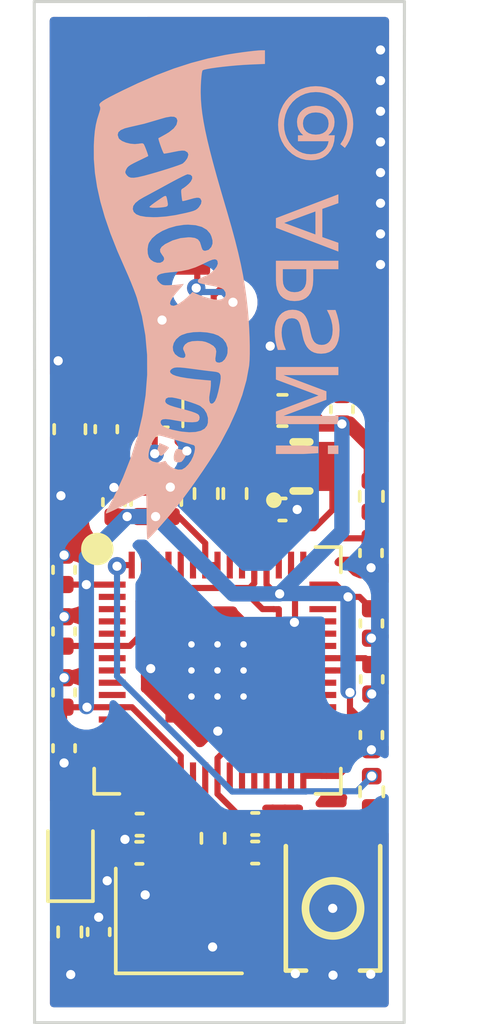
<source format=kicad_pcb>
(kicad_pcb (version 20241229) (generator "pcbnew") (generator_version "9.0")
  (layers (0 "F.Cu" signal) (2 "B.Cu" signal) (13 "F.Paste" user) (15 "B.Paste" user) (5 "F.SilkS" user "F.Silkscreen") (7 "B.SilkS" user "B.Silkscreen") (1 "F.Mask" user) (3 "B.Mask" user) (25 "Edge.Cuts" user))
  (net 0 "")
  (net 1 "Net-(U1-VREG_LX)")
  (net 2 "+1V1")
  (net 6 "GND")
  (net 7 "SD3")
  (net 8 "SD0")
  (net 9 "Net-(D1-A)")
  (net 16 "QSPI_SCLK")
  (net 20 "+3V3")
  (net 21 "QSPI_SS")
  (net 22 "SD1")
  (net 24 "XIN")
  (net 25 "SD2")
  (net 39 "Net-(U1-XOUT)")
  (net 46 "Net-(U1-VREG_AVDD)")
  (net 47 "Net-(J1-VBUS)")
  (net 48 "Net-(D1-K)")
  (net 49 "D+")
  (net 50 "D-")
  (net 51 "Net-(R4-Pad1)")
  (net 52 "XOUT")
  (net 53 "/TR+")
  (net 54 "/TR-")
  (footprint "Capacitor_SMD:C_0402_1005Metric" (layer "F.Cu") (at 98.5725 76.2975 -90)
    (property "Reference" "C6" (hide yes))
    (property "Value" "4.7u")
    (pad "1" smd roundrect (at -0.48 0 270) (size 0.56 0.62) (layers "F.Cu" "F.Mask" "F.Paste") (net 2 "+1V1"))
    (pad "2" smd roundrect (at 0.48 0 270) (size 0.56 0.62) (layers "F.Cu" "F.Mask" "F.Paste") (net 6 "GND"))
  )
  (footprint "easyeda2kicad:X2SON-4_L1.0-W1.0-P0.65-TL-EP" (layer "F.Cu") (at 91.86 67.52 90)
    (property "Reference" "U2" (hide yes))
    (property "Value" "TLV75512PDQNR")
    (pad "1" smd custom (at -0.43 -0.32 90) (size 0.01 0.01) (layers "F.Cu" "F.Mask" "F.Paste") (net 20 "+3V3") (options (clearance outline) (anchor circle)) (primitives (gr_poly (pts (xy -0.18 -0.11) (xy -0.18 0.11) (xy 0 0.11) (xy 0.18 -0.03) (xy 0.18 -0.11) (xy -0.18 -0.11)) (width 0.1) (fill yes))))
    (pad "2" smd custom (at -0.43 0.32 90) (size 0.01 0.01) (layers "F.Cu" "F.Mask" "F.Paste") (net 6 "GND") (options (clearance outline) (anchor circle)) (primitives (gr_poly (pts (xy -0.18 0.12) (xy -0.18 -0.1) (xy 0 -0.1) (xy 0.18 0.04) (xy 0.18 0.12) (xy -0.18 0.12)) (width 0.1) (fill yes))))
    (pad "3" smd custom (at 0.43 0.32 90) (size 0.01 0.01) (layers "F.Cu" "F.Mask" "F.Paste") (net 47 "Net-(J1-VBUS)") (options (clearance outline) (anchor circle)) (primitives (gr_poly (pts (xy 0.18 0.12) (xy 0.18 -0.1) (xy 0 -0.1) (xy -0.18 0.04) (xy -0.18 0.12) (xy 0.18 0.12)) (width 0.1) (fill yes))))
    (pad "4" smd custom (at 0.43 -0.32 90) (size 0.01 0.01) (layers "F.Cu" "F.Mask" "F.Paste") (net 47 "Net-(J1-VBUS)") (options (clearance outline) (anchor circle)) (primitives (gr_poly (pts (xy 0.18 -0.11) (xy 0.18 0.11) (xy 0 0.11) (xy -0.18 -0.03) (xy -0.18 -0.11) (xy 0.18 -0.11)) (width 0.1) (fill yes))))
    (pad "5" smd rect (at 0 0 135) (size 0.48 0.48) (layers "F.Cu" "F.Mask" "F.Paste") (net 6 "GND"))
  )
  (footprint "Capacitor_SMD:C_0402_1005Metric" (layer "F.Cu") (at 91 81.04 180)
    (property "Reference" "C11" (hide yes))
    (property "Value" "100n")
    (pad "1" smd roundrect (at -0.48 0 180) (size 0.56 0.62) (layers "F.Cu" "F.Mask" "F.Paste") (net 20 "+3V3"))
    (pad "2" smd roundrect (at 0.48 0 180) (size 0.56 0.62) (layers "F.Cu" "F.Mask" "F.Paste") (net 6 "GND"))
  )
  (footprint "Capacitor_SMD:C_0402_1005Metric" (layer "F.Cu") (at 94.77 81.95)
    (property "Reference" "C5" (hide yes))
    (property "Value" "33p")
    (pad "1" smd roundrect (at -0.48 0) (size 0.56 0.62) (layers "F.Cu" "F.Mask" "F.Paste") (net 52 "XOUT"))
    (pad "2" smd roundrect (at 0.48 0) (size 0.56 0.62) (layers "F.Cu" "F.Mask" "F.Paste") (net 6 "GND"))
  )
  (footprint "Capacitor_SMD:C_0603_1608Metric" (layer "F.Cu") (at 95.66 67.53 180)
    (property "Reference" "C19" (hide yes))
    (property "Value" "10u")
    (pad "1" smd roundrect (at -0.775 0 180) (size 0.9 0.95) (layers "F.Cu" "F.Mask" "F.Paste") (net 20 "+3V3"))
    (pad "2" smd roundrect (at 0.775 0 180) (size 0.9 0.95) (layers "F.Cu" "F.Mask" "F.Paste") (net 6 "GND"))
  )
  (footprint "easyeda2kicad:SW-SMD_L3.9-W3.0-P4.45" (layer "F.Cu") (at 97.31 83.77 90)
    (property "Reference" "SW1" (hide yes))
    (property "Value" "SW_Push")
    (pad "1" smd rect (at -2.18 0 90) (size 1.23 1.36) (layers "F.Cu" "F.Mask" "F.Paste") (net 6 "GND"))
    (pad "2" smd rect (at 2.18 0 90) (size 1.23 1.36) (layers "F.Cu" "F.Mask" "F.Paste") (net 51 "Net-(R4-Pad1)"))
  )
  (footprint "easyeda2kicad:IND-SMD_L2.0-W1.6_AOTA-B201610S3R3-101-T" (layer "F.Cu") (at 96.28 69.355 180)
    (property "Reference" "L1" (hide yes))
    (property "Value" "AOTA")
    (pad "1" smd rect (at -1 0 180) (size 1 1.6) (layers "F.Cu" "F.Mask" "F.Paste") (net 1 "Net-(U1-VREG_LX)"))
    (pad "2" smd rect (at 1 0 180) (size 1 1.6) (layers "F.Cu" "F.Mask" "F.Paste") (net 2 "+1V1"))
  )
  (footprint "Resistor_SMD:R_0402_1005Metric" (layer "F.Cu") (at 93.17 70.24 90)
    (property "Reference" "R2" (hide yes))
    (property "Value" "27R")
    (pad "1" smd roundrect (at -0.51 0 90) (size 0.54 0.64) (layers "F.Cu" "F.Mask" "F.Paste") (net 53 "/TR+"))
    (pad "2" smd roundrect (at 0.51 0 90) (size 0.54 0.64) (layers "F.Cu" "F.Mask" "F.Paste") (net 49 "D+"))
  )
  (footprint "Capacitor_SMD:C_0402_1005Metric" (layer "F.Cu") (at 92 70.51 90)
    (property "Reference" "C14" (hide yes))
    (property "Value" "100n")
    (pad "1" smd roundrect (at -0.48 0 90) (size 0.56 0.62) (layers "F.Cu" "F.Mask" "F.Paste") (net 20 "+3V3"))
    (pad "2" smd roundrect (at 0.48 0 90) (size 0.56 0.62) (layers "F.Cu" "F.Mask" "F.Paste") (net 6 "GND"))
  )
  (footprint "Capacitor_SMD:C_0402_1005Metric" (layer "F.Cu") (at 90.16 70.52 90)
    (property "Reference" "C12" (hide yes))
    (property "Value" "100n")
    (pad "1" smd roundrect (at -0.48 0 90) (size 0.56 0.62) (layers "F.Cu" "F.Mask" "F.Paste") (net 20 "+3V3"))
    (pad "2" smd roundrect (at 0.48 0 90) (size 0.56 0.62) (layers "F.Cu" "F.Mask" "F.Paste") (net 6 "GND"))
  )
  (footprint "Capacitor_SMD:C_0402_1005Metric" (layer "F.Cu") (at 98.5625 78.1175 -90)
    (property "Reference" "C15" (hide yes))
    (property "Value" "100n")
    (pad "1" smd roundrect (at -0.48 0 270) (size 0.56 0.62) (layers "F.Cu" "F.Mask" "F.Paste") (net 20 "+3V3"))
    (pad "2" smd roundrect (at 0.48 0 270) (size 0.56 0.62) (layers "F.Cu" "F.Mask" "F.Paste") (net 6 "GND"))
  )
  (footprint "Capacitor_SMD:C_0402_1005Metric" (layer "F.Cu") (at 88.5325 72.7275 90)
    (property "Reference" "C9" (hide yes))
    (property "Value" "100n")
    (pad "1" smd roundrect (at -0.48 0 90) (size 0.56 0.62) (layers "F.Cu" "F.Mask" "F.Paste") (net 20 "+3V3"))
    (pad "2" smd roundrect (at 0.48 0 90) (size 0.56 0.62) (layers "F.Cu" "F.Mask" "F.Paste") (net 6 "GND"))
  )
  (footprint "Resistor_SMD:R_0402_1005Metric" (layer "F.Cu") (at 88.72 84.54 -90)
    (property "Reference" "R6" (hide yes))
    (property "Value" "1k")
    (pad "1" smd roundrect (at -0.51 0 270) (size 0.54 0.64) (layers "F.Cu" "F.Mask" "F.Paste") (net 48 "Net-(D1-K)"))
    (pad "2" smd roundrect (at 0.51 0 270) (size 0.54 0.64) (layers "F.Cu" "F.Mask" "F.Paste") (net 6 "GND"))
  )
  (footprint "user_imported_devices:USBPCB" (layer "F.Cu") (at 93.6 63.1)
    (property "Reference" "J1" (hide yes))
    (property "Value" "USB_A")
    (pad "1" smd roundrect (at -3.81 -4) (size 1.9 8) (layers "F.Cu" "F.Mask" "F.Paste") (roundrect_rratio 0.05263157895) (net 47 "Net-(J1-VBUS)"))
    (pad "2" smd roundrect (at -1.3 -3.75) (size 2 7.5) (layers "F.Cu" "F.Mask" "F.Paste") (roundrect_rratio 0.05) (net 50 "D-"))
    (pad "3" smd roundrect (at 1.3 -3.75) (size 2 7.5) (layers "F.Cu" "F.Mask" "F.Paste") (roundrect_rratio 0.05) (net 49 "D+"))
    (pad "4" smd roundrect (at 3.81 -4) (size 1.9 8) (layers "F.Cu" "F.Mask" "F.Paste") (roundrect_rratio 0.05263157895) (net 6 "GND"))
  )
  (footprint "Capacitor_SMD:C_0402_1005Metric" (layer "F.Cu") (at 97.6 67.49 90)
    (property "Reference" "C18" (hide yes))
    (property "Value" "4.7u")
    (pad "1" smd roundrect (at -0.48 0 90) (size 0.56 0.62) (layers "F.Cu" "F.Mask" "F.Paste") (net 20 "+3V3"))
    (pad "2" smd roundrect (at 0.48 0 90) (size 0.56 0.62) (layers "F.Cu" "F.Mask" "F.Paste") (net 6 "GND"))
  )
  (footprint "Capacitor_SMD:C_0402_1005Metric" (layer "F.Cu") (at 88.5325 76.7275 90)
    (property "Reference" "C10" (hide yes))
    (property "Value" "100n")
    (pad "1" smd roundrect (at -0.48 0 90) (size 0.56 0.62) (layers "F.Cu" "F.Mask" "F.Paste") (net 20 "+3V3"))
    (pad "2" smd roundrect (at 0.48 0 90) (size 0.56 0.62) (layers "F.Cu" "F.Mask" "F.Paste") (net 6 "GND"))
  )
  (footprint "Resistor_SMD:R_0402_1005Metric" (layer "F.Cu") (at 98.5725 79.9675 90)
    (property "Reference" "R4" (hide yes))
    (property "Value" "1k")
    (pad "1" smd roundrect (at -0.51 0 90) (size 0.54 0.64) (layers "F.Cu" "F.Mask" "F.Paste") (net 51 "Net-(R4-Pad1)"))
    (pad "2" smd roundrect (at 0.51 0 90) (size 0.54 0.64) (layers "F.Cu" "F.Mask" "F.Paste") (net 21 "QSPI_SS"))
  )
  (footprint "Capacitor_SMD:C_0402_1005Metric" (layer "F.Cu") (at 88.5325 74.7375 90)
    (property "Reference" "C7" (hide yes))
    (property "Value" "100n")
    (pad "1" smd roundrect (at -0.48 0 90) (size 0.56 0.62) (layers "F.Cu" "F.Mask" "F.Paste") (net 2 "+1V1"))
    (pad "2" smd roundrect (at 0.48 0 90) (size 0.56 0.62) (layers "F.Cu" "F.Mask" "F.Paste") (net 6 "GND"))
  )
  (footprint "Capacitor_SMD:C_0402_1005Metric" (layer "F.Cu") (at 90.99 81.96 180)
    (property "Reference" "C13" (hide yes))
    (property "Value" "100n")
    (pad "1" smd roundrect (at -0.48 0 180) (size 0.56 0.62) (layers "F.Cu" "F.Mask" "F.Paste") (net 20 "+3V3"))
    (pad "2" smd roundrect (at 0.48 0 180) (size 0.56 0.62) (layers "F.Cu" "F.Mask" "F.Paste") (net 6 "GND"))
  )
  (footprint "Capacitor_SMD:C_0402_1005Metric" (layer "F.Cu") (at 95.66 70.76)
    (property "Reference" "C1" (hide yes))
    (property "Value" "4.7u")
    (pad "1" smd roundrect (at -0.48 0) (size 0.56 0.62) (layers "F.Cu" "F.Mask" "F.Paste") (net 2 "+1V1"))
    (pad "2" smd roundrect (at 0.48 0) (size 0.56 0.62) (layers "F.Cu" "F.Mask" "F.Paste") (net 6 "GND"))
  )
  (footprint "Capacitor_SMD:C_0402_1005Metric" (layer "F.Cu") (at 98.55 72.18 -90)
    (property "Reference" "C2" (hide yes))
    (property "Value" "4.7u")
    (pad "1" smd roundrect (at -0.48 0 270) (size 0.56 0.62) (layers "F.Cu" "F.Mask" "F.Paste") (net 46 "Net-(U1-VREG_AVDD)"))
    (pad "2" smd roundrect (at 0.48 0 270) (size 0.56 0.62) (layers "F.Cu" "F.Mask" "F.Paste") (net 6 "GND"))
  )
  (footprint "Capacitor_SMD:C_0402_1005Metric" (layer "F.Cu") (at 89.91 68.14 -90)
    (property "Reference" "C21" (hide yes))
    (property "Value" "4.7u")
    (pad "1" smd roundrect (at -0.48 0 270) (size 0.56 0.62) (layers "F.Cu" "F.Mask" "F.Paste") (net 47 "Net-(J1-VBUS)"))
    (pad "2" smd roundrect (at 0.48 0 270) (size 0.56 0.62) (layers "F.Cu" "F.Mask" "F.Paste") (net 6 "GND"))
  )
  (footprint "user_imported_devices:RP2350A_QFN-60_EP_7.75x7.75_Pitch0.4mm" (layer "F.Cu") (at 93.54 76.01)
    (property "Reference" "U1" (hide yes))
    (property "Value" "RP2350A-QFN60")
    (pad "1" smd rect (at -3.4375 -2.8 90) (size 0.2 0.875) (layers "F.Cu" "F.Mask" "F.Paste") (net 20 "+3V3"))
    (pad "2" smd rect (at -3.4375 -2.4 90) (size 0.2 0.875) (layers "F.Cu" "F.Mask" "F.Paste"))
    (pad "3" smd rect (at -3.4375 -2 90) (size 0.2 0.875) (layers "F.Cu" "F.Mask" "F.Paste"))
    (pad "4" smd rect (at -3.4375 -1.6 90) (size 0.2 0.875) (layers "F.Cu" "F.Mask" "F.Paste"))
    (pad "5" smd rect (at -3.4375 -1.2 90) (size 0.2 0.875) (layers "F.Cu" "F.Mask" "F.Paste"))
    (pad "6" smd rect (at -3.4375 -0.8 90) (size 0.2 0.875) (layers "F.Cu" "F.Mask" "F.Paste") (net 2 "+1V1"))
    (pad "7" smd rect (at -3.4375 -0.4 90) (size 0.2 0.875) (layers "F.Cu" "F.Mask" "F.Paste"))
    (pad "8" smd rect (at -3.4375 0 90) (size 0.2 0.875) (layers "F.Cu" "F.Mask" "F.Paste"))
    (pad "9" smd rect (at -3.4375 0.4 90) (size 0.2 0.875) (layers "F.Cu" "F.Mask" "F.Paste"))
    (pad "10" smd rect (at -3.4375 0.8 90) (size 0.2 0.875) (layers "F.Cu" "F.Mask" "F.Paste"))
    (pad "11" smd rect (at -3.4375 1.2 90) (size 0.2 0.875) (layers "F.Cu" "F.Mask" "F.Paste") (net 20 "+3V3"))
    (pad "12" smd rect (at -3.4375 1.6 90) (size 0.2 0.875) (layers "F.Cu" "F.Mask" "F.Paste"))
    (pad "13" smd rect (at -3.4375 2 90) (size 0.2 0.875) (layers "F.Cu" "F.Mask" "F.Paste"))
    (pad "14" smd rect (at -3.4375 2.4 90) (size 0.2 0.875) (layers "F.Cu" "F.Mask" "F.Paste"))
    (pad "15" smd rect (at -3.4375 2.8 90) (size 0.2 0.875) (layers "F.Cu" "F.Mask" "F.Paste") (net 9 "Net-(D1-A)"))
    (pad "16" smd rect (at -2.8 3.4375) (size 0.2 0.875) (layers "F.Cu" "F.Mask" "F.Paste"))
    (pad "17" smd rect (at -2.4 3.4375) (size 0.2 0.875) (layers "F.Cu" "F.Mask" "F.Paste"))
    (pad "18" smd rect (at -2 3.4375) (size 0.2 0.875) (layers "F.Cu" "F.Mask" "F.Paste"))
    (pad "19" smd rect (at -1.6 3.4375) (size 0.2 0.875) (layers "F.Cu" "F.Mask" "F.Paste"))
    (pad "20" smd rect (at -1.2 3.4375) (size 0.2 0.875) (layers "F.Cu" "F.Mask" "F.Paste") (net 20 "+3V3"))
    (pad "21" smd rect (at -0.8 3.4375) (size 0.2 0.875) (layers "F.Cu" "F.Mask" "F.Paste") (net 24 "XIN"))
    (pad "22" smd rect (at -0.4 3.4375) (size 0.2 0.875) (layers "F.Cu" "F.Mask" "F.Paste") (net 39 "Net-(U1-XOUT)"))
    (pad "23" smd rect (at 0 3.4375) (size 0.2 0.875) (layers "F.Cu" "F.Mask" "F.Paste") (net 2 "+1V1"))
    (pad "24" smd rect (at 0.4 3.4375) (size 0.2 0.875) (layers "F.Cu" "F.Mask" "F.Paste"))
    (pad "25" smd rect (at 0.8 3.4375) (size 0.2 0.875) (layers "F.Cu" "F.Mask" "F.Paste"))
    (pad "26" smd rect (at 1.2 3.4375) (size 0.2 0.875) (layers "F.Cu" "F.Mask" "F.Paste"))
    (pad "27" smd rect (at 1.6 3.4375) (size 0.2 0.875) (layers "F.Cu" "F.Mask" "F.Paste"))
    (pad "28" smd rect (at 2 3.4375) (size 0.2 0.875) (layers "F.Cu" "F.Mask" "F.Paste"))
    (pad "29" smd rect (at 2.4 3.4375) (size 0.2 0.875) (layers "F.Cu" "F.Mask" "F.Paste"))
    (pad "30" smd rect (at 2.8 3.4375) (size 0.2 0.875) (layers "F.Cu" "F.Mask" "F.Paste") (net 20 "+3V3"))
    (pad "31" smd rect (at 3.4375 2.8 90) (size 0.2 0.875) (layers "F.Cu" "F.Mask" "F.Paste"))
    (pad "32" smd rect (at 3.4375 2.4 90) (size 0.2 0.875) (layers "F.Cu" "F.Mask" "F.Paste"))
    (pad "33" smd rect (at 3.4375 2 90) (size 0.2 0.875) (layers "F.Cu" "F.Mask" "F.Paste"))
    (pad "34" smd rect (at 3.4375 1.6 90) (size 0.2 0.875) (layers "F.Cu" "F.Mask" "F.Paste"))
    (pad "35" smd rect (at 3.4375 1.2 90) (size 0.2 0.875) (layers "F.Cu" "F.Mask" "F.Paste"))
    (pad "36" smd rect (at 3.4375 0.8 90) (size 0.2 0.875) (layers "F.Cu" "F.Mask" "F.Paste"))
    (pad "37" smd rect (at 3.4375 0.4 90) (size 0.2 0.875) (layers "F.Cu" "F.Mask" "F.Paste"))
    (pad "38" smd rect (at 3.4375 0 90) (size 0.2 0.875) (layers "F.Cu" "F.Mask" "F.Paste") (net 20 "+3V3"))
    (pad "39" smd rect (at 3.4375 -0.4 90) (size 0.2 0.875) (layers "F.Cu" "F.Mask" "F.Paste") (net 2 "+1V1"))
    (pad "40" smd rect (at 3.4375 -0.8 90) (size 0.2 0.875) (layers "F.Cu" "F.Mask" "F.Paste"))
    (pad "41" smd rect (at 3.4375 -1.2 90) (size 0.2 0.875) (layers "F.Cu" "F.Mask" "F.Paste"))
    (pad "42" smd rect (at 3.4375 -1.6 90) (size 0.2 0.875) (layers "F.Cu" "F.Mask" "F.Paste"))
    (pad "43" smd rect (at 3.4375 -2 90) (size 0.2 0.875) (layers "F.Cu" "F.Mask" "F.Paste"))
    (pad "44" smd rect (at 3.4375 -2.4 90) (size 0.2 0.875) (layers "F.Cu" "F.Mask" "F.Paste") (net 20 "+3V3"))
    (pad "45" smd rect (at 3.4375 -2.8 90) (size 0.2 0.875) (layers "F.Cu" "F.Mask" "F.Paste") (net 20 "+3V3"))
    (pad "46" smd rect (at 2.8 -3.4375) (size 0.2 0.875) (layers "F.Cu" "F.Mask" "F.Paste") (net 46 "Net-(U1-VREG_AVDD)"))
    (pad "47" smd rect (at 2.4 -3.4375) (size 0.2 0.875) (layers "F.Cu" "F.Mask" "F.Paste") (net 6 "GND"))
    (pad "48" smd rect (at 2 -3.4375) (size 0.2 0.875) (layers "F.Cu" "F.Mask" "F.Paste") (net 1 "Net-(U1-VREG_LX)"))
    (pad "49" smd rect (at 1.6 -3.4375) (size 0.2 0.875) (layers "F.Cu" "F.Mask" "F.Paste") (net 20 "+3V3"))
    (pad "50" smd rect (at 1.2 -3.4375) (size 0.2 0.875) (layers "F.Cu" "F.Mask" "F.Paste") (net 2 "+1V1"))
    (pad "51" smd rect (at 0.8 -3.4375) (size 0.2 0.875) (layers "F.Cu" "F.Mask" "F.Paste") (net 54 "/TR-"))
    (pad "52" smd rect (at 0.4 -3.4375) (size 0.2 0.875) (layers "F.Cu" "F.Mask" "F.Paste") (net 53 "/TR+"))
    (pad "53" smd rect (at 0 -3.4375) (size 0.2 0.875) (layers "F.Cu" "F.Mask" "F.Paste") (net 20 "+3V3"))
    (pad "54" smd rect (at -0.4 -3.4375) (size 0.2 0.875) (layers "F.Cu" "F.Mask" "F.Paste") (net 20 "+3V3"))
    (pad "55" smd rect (at -0.8 -3.4375) (size 0.2 0.875) (layers "F.Cu" "F.Mask" "F.Paste") (net 7 "SD3"))
    (pad "56" smd rect (at -1.2 -3.4375) (size 0.2 0.875) (layers "F.Cu" "F.Mask" "F.Paste") (net 16 "QSPI_SCLK"))
    (pad "57" smd rect (at -1.6 -3.4375) (size 0.2 0.875) (layers "F.Cu" "F.Mask" "F.Paste") (net 8 "SD0"))
    (pad "58" smd rect (at -2 -3.4375) (size 0.2 0.875) (layers "F.Cu" "F.Mask" "F.Paste") (net 25 "SD2"))
    (pad "59" smd rect (at -2.4 -3.4375) (size 0.2 0.875) (layers "F.Cu" "F.Mask" "F.Paste") (net 22 "SD1"))
    (pad "60" smd rect (at -2.8 -3.4375) (size 0.2 0.875) (layers "F.Cu" "F.Mask" "F.Paste") (net 21 "QSPI_SS"))
    (pad "61" thru_hole circle (at -0.85 -0.85) (size 0.425 0.425) (drill 0.2125) (property pad_prop_heatsink) (layers "*.Cu" "*.Mask") (net 6 "GND"))
    (pad "61" thru_hole circle (at -0.85 0) (size 0.425 0.425) (drill 0.2125) (property pad_prop_heatsink) (layers "*.Cu" "*.Mask") (net 6 "GND"))
    (pad "61" thru_hole circle (at -0.85 0.85) (size 0.425 0.425) (drill 0.2125) (property pad_prop_heatsink) (layers "*.Cu" "*.Mask") (net 6 "GND"))
    (pad "61" thru_hole circle (at 0 -0.85) (size 0.425 0.425) (drill 0.2125) (property pad_prop_heatsink) (layers "*.Cu" "*.Mask") (net 6 "GND"))
    (pad "61" thru_hole circle (at 0 0) (size 0.425 0.425) (drill 0.2125) (property pad_prop_heatsink) (layers "*.Cu" "*.Mask") (net 6 "GND"))
    (pad "61" smd rect (at 0 0) (size 3.4 3.4) (layers "F.Cu" "F.Mask") (net 6 "GND"))
    (pad "61" thru_hole circle (at 0 0.85) (size 0.425 0.425) (drill 0.2125) (property pad_prop_heatsink) (layers "*.Cu" "*.Mask") (net 6 "GND"))
    (pad "61" thru_hole circle (at 0.85 -0.85) (size 0.425 0.425) (drill 0.2125) (property pad_prop_heatsink) (layers "*.Cu" "*.Mask") (net 6 "GND"))
    (pad "61" thru_hole circle (at 0.85 0) (size 0.425 0.425) (drill 0.2125) (property pad_prop_heatsink) (layers "*.Cu" "*.Mask") (net 6 "GND"))
    (pad "61" thru_hole circle (at 0.85 0.85) (size 0.425 0.425) (drill 0.2125) (property pad_prop_heatsink) (layers "*.Cu" "*.Mask") (net 6 "GND"))
  )
  (footprint "Capacitor_SMD:C_0402_1005Metric" (layer "F.Cu") (at 89.6625 84.54 90)
    (property "Reference" "C4" (hide yes))
    (property "Value" "33p")
    (pad "1" smd roundrect (at -0.48 0 90) (size 0.56 0.62) (layers "F.Cu" "F.Mask" "F.Paste") (net 24 "XIN"))
    (pad "2" smd roundrect (at 0.48 0 90) (size 0.56 0.62) (layers "F.Cu" "F.Mask" "F.Paste") (net 6 "GND"))
  )
  (footprint "Crystal:Crystal_SMD_3225-4Pin_3.2x2.5mm" (layer "F.Cu") (at 92.28 84.18)
    (property "Reference" "Y1" (hide yes))
    (property "Value" "Crystal_GND24")
    (pad "1" smd roundrect (at -1.1 0.85) (size 1.4 1.2) (layers "F.Cu" "F.Mask" "F.Paste") (roundrect_rratio 0.208333) (net 24 "XIN"))
    (pad "2" smd roundrect (at 1.1 0.85) (size 1.4 1.2) (layers "F.Cu" "F.Mask" "F.Paste") (roundrect_rratio 0.208333) (net 6 "GND"))
    (pad "3" smd roundrect (at 1.1 -0.85) (size 1.4 1.2) (layers "F.Cu" "F.Mask" "F.Paste") (roundrect_rratio 0.208333) (net 52 "XOUT"))
    (pad "4" smd roundrect (at -1.1 -0.85) (size 1.4 1.2) (layers "F.Cu" "F.Mask" "F.Paste") (roundrect_rratio 0.208333) (net 6 "GND"))
  )
  (footprint "Resistor_SMD:R_0402_1005Metric" (layer "F.Cu") (at 94.11 70.24 90)
    (property "Reference" "R3" (hide yes))
    (property "Value" "27R")
    (pad "1" smd roundrect (at -0.51 0 90) (size 0.54 0.64) (layers "F.Cu" "F.Mask" "F.Paste") (net 54 "/TR-"))
    (pad "2" smd roundrect (at 0.51 0 90) (size 0.54 0.64) (layers "F.Cu" "F.Mask" "F.Paste") (net 50 "D-"))
  )
  (footprint "Resistor_SMD:R_0402_1005Metric" (layer "F.Cu") (at 93.395 81.485 90)
    (property "Reference" "R5" (hide yes))
    (property "Value" "1k")
    (pad "1" smd roundrect (at -0.51 0 90) (size 0.54 0.64) (layers "F.Cu" "F.Mask" "F.Paste") (net 52 "XOUT"))
    (pad "2" smd roundrect (at 0.51 0 90) (size 0.54 0.64) (layers "F.Cu" "F.Mask" "F.Paste") (net 39 "Net-(U1-XOUT)"))
  )
  (footprint "LED_SMD:LED_0603_1608Metric" (layer "F.Cu") (at 88.74 82.05 90)
    (property "Reference" "D1" (hide yes))
    (property "Value" "LED")
    (pad "1" smd roundrect (at -0.7875 0 90) (size 0.875 0.95) (layers "F.Cu" "F.Mask" "F.Paste") (net 48 "Net-(D1-K)"))
    (pad "2" smd roundrect (at 0.7875 0 90) (size 0.875 0.95) (layers "F.Cu" "F.Mask" "F.Paste") (net 9 "Net-(D1-A)"))
  )
  (footprint "Capacitor_SMD:C_0402_1005Metric" (layer "F.Cu") (at 98.5625 74.4775 -90)
    (property "Reference" "C3" (hide yes))
    (property "Value" "4.7u")
    (pad "1" smd roundrect (at -0.48 0 270) (size 0.56 0.62) (layers "F.Cu" "F.Mask" "F.Paste") (net 20 "+3V3"))
    (pad "2" smd roundrect (at 0.48 0 270) (size 0.56 0.62) (layers "F.Cu" "F.Mask" "F.Paste") (net 6 "GND"))
  )
  (footprint "Capacitor_SMD:C_0402_1005Metric" (layer "F.Cu") (at 94.7725 81.0175)
    (property "Reference" "C8" (hide yes))
    (property "Value" "100n")
    (pad "1" smd roundrect (at -0.48 0) (size 0.56 0.62) (layers "F.Cu" "F.Mask" "F.Paste") (net 2 "+1V1"))
    (pad "2" smd roundrect (at 0.48 0) (size 0.56 0.62) (layers "F.Cu" "F.Mask" "F.Paste") (net 6 "GND"))
  )
  (footprint "Capacitor_SMD:C_0402_1005Metric" (layer "F.Cu") (at 91.08 70.51 90)
    (property "Reference" "C17" (hide yes))
    (property "Value" "100n")
    (pad "1" smd roundrect (at -0.48 0 90) (size 0.56 0.62) (layers "F.Cu" "F.Mask" "F.Paste") (net 20 "+3V3"))
    (pad "2" smd roundrect (at 0.48 0 90) (size 0.56 0.62) (layers "F.Cu" "F.Mask" "F.Paste") (net 6 "GND"))
  )
  (footprint "Capacitor_SMD:C_0603_1608Metric" (layer "F.Cu") (at 88.72 68.14 -90)
    (property "Reference" "C20" (hide yes))
    (property "Value" "10u")
    (pad "1" smd roundrect (at -0.775 0 270) (size 0.9 0.95) (layers "F.Cu" "F.Mask" "F.Paste") (net 47 "Net-(J1-VBUS)"))
    (pad "2" smd roundrect (at 0.775 0 270) (size 0.9 0.95) (layers "F.Cu" "F.Mask" "F.Paste") (net 6 "GND"))
  )
  (footprint "Capacitor_SMD:C_0402_1005Metric" (layer "F.Cu") (at 88.5325 78.5475 -90)
    (property "Reference" "C16" (hide yes))
    (property "Value" "100n")
    (pad "1" smd roundrect (at -0.48 0 270) (size 0.56 0.62) (layers "F.Cu" "F.Mask" "F.Paste") (net 20 "+3V3"))
    (pad "2" smd roundrect (at 0.48 0 270) (size 0.56 0.62) (layers "F.Cu" "F.Mask" "F.Paste") (net 6 "GND"))
  )
  (footprint "Resistor_SMD:R_0402_1005Metric" (layer "F.Cu") (at 98.56 70.33 -90)
    (property "Reference" "R1" (hide yes))
    (property "Value" "33")
    (pad "1" smd roundrect (at -0.51 0 270) (size 0.54 0.64) (layers "F.Cu" "F.Mask" "F.Paste") (net 20 "+3V3"))
    (pad "2" smd roundrect (at 0.51 0 270) (size 0.54 0.64) (layers "F.Cu" "F.Mask" "F.Paste") (net 46 "Net-(U1-VREG_AVDD)"))
  )
  (footprint "LOGO" (layer "B.Cu") (at 92.29 63.78 -90)
    (property "Reference" "G***" (hide yes))
    (property "Value" "LOGO" (hide yes))
  )
  (gr_line (start 87.57 66.2) (end 87.57 87.5) (stroke (width 0.1)) (layer "Edge.Cuts"))
  (gr_line (start 87.56 54.19) (end 99.64 54.19) (stroke (width 0.1)) (layer "Edge.Cuts"))
  (gr_line (start 87.57 66.2) (end 87.56 54.19) (stroke (width 0.1)) (layer "Edge.Cuts"))
  (gr_line (start 99.630001 66.2) (end 99.630001 87.5) (stroke (width 0.1)) (layer "Edge.Cuts"))
  (gr_line (start 99.64 54.19) (end 99.63 66.2) (stroke (width 0.1)) (layer "Edge.Cuts"))
  (gr_line (start 99.630001 87.5) (end 87.57 87.5) (stroke (width 0.1)) (layer "Edge.Cuts"))
  (gr_text "@ APSM!" (at 97.825336 56.766511 90) (layer "B.SilkS") (effects (font (size 2 2) (thickness 0.25)) (justify left bottom mirror)))
  (segment (start 95.54 72.5725) (end 95.54 71.52) (width 0.2) (layer "F.Cu") (net 1))
  (segment (start 95.69 71.37) (end 96.69755 71.37) (width 0.2) (layer "F.Cu") (net 1))
  (segment (start 95.54 71.52) (end 95.69 71.37) (width 0.2) (layer "F.Cu") (net 1))
  (segment (start 96.69755 71.37) (end 97.29 70.77755) (width 0.2) (layer "F.Cu") (net 1))
  (segment (start 97.29 70.77755) (end 97.29 69.545) (width 0.2) (layer "F.Cu") (net 1))
  (segment (start 95.1725 70.9975) (end 95.1725 69.6625) (width 0.5) (layer "F.Cu") (net 2))
  (segment (start 95.3719 74.009) (end 95.009 74.009) (width 0.2) (layer "F.Cu") (net 2))
  (segment (start 95.56 75.21) (end 95.56 74.56) (width 0.2) (layer "F.Cu") (net 2))
  (segment (start 94.685 73.225) (end 94.59 73.32) (width 0.2) (layer "F.Cu") (net 2))
  (segment (start 95.3739 74.011) (end 95.3719 74.009) (width 0.2) (layer "F.Cu") (net 2))
  (segment (start 95.71 75.61) (end 95.56 75.46) (width 0.2) (layer "F.Cu") (net 2))
  (segment (start 90.96 74.93) (end 90.68 75.21) (width 0.2) (layer "F.Cu") (net 2))
  (segment (start 94.59 73.32) (end 91.39 73.32) (width 0.2) (layer "F.Cu") (net 2))
  (segment (start 96.9775 75.61) (end 98.365 75.61) (width 0.2) (layer "F.Cu") (net 2))
  (segment (start 93.54 79.4475) (end 93.54 78.87) (width 0.2) (layer "F.Cu") (net 2))
  (segment (start 94.685 73.685) (end 94.685 73.225) (width 0.2) (layer "F.Cu") (net 2))
  (segment (start 93.75 78.66) (end 94.892 78.66) (width 0.2) (layer "F.Cu") (net 2))
  (segment (start 95.009 74.009) (end 94.685 73.685) (width 0.2) (layer "F.Cu") (net 2))
  (segment (start 90.96 73.75) (end 90.96 74.93) (width 0.2) (layer "F.Cu") (net 2))
  (segment (start 93.54 80.04) (end 93.54 79.4475) (width 0.2) (layer "F.Cu") (net 2))
  (segment (start 94.2925 80.7925) (end 93.54 80.04) (width 0.2) (layer "F.Cu") (net 2))
  (segment (start 95.56 77.992) (end 95.56 75.21) (width 0.2) (layer "F.Cu") (net 2))
  (segment (start 94.74 72.5725) (end 94.74 73.17) (width 0.2) (layer "F.Cu") (net 2))
  (segment (start 94.2925 81.0175) (end 94.2925 80.7925) (width 0.2) (layer "F.Cu") (net 2))
  (segment (start 96.9775 75.61) (end 95.71 75.61) (width 0.2) (layer "F.Cu") (net 2))
  (segment (start 94.74 72.5725) (end 94.74 71.43) (width 0.2) (layer "F.Cu") (net 2))
  (segment (start 94.892 78.66) (end 95.56 77.992) (width 0.2) (layer "F.Cu") (net 2))
  (segment (start 95.1725 69.6625) (end 95.29 69.545) (width 0.2) (layer "F.Cu") (net 2))
  (segment (start 90.1025 75.21) (end 88.54 75.21) (width 0.2) (layer "F.Cu") (net 2))
  (segment (start 94.2925 81.0175) (end 94.2925 80.7875) (width 0.2) (layer "F.Cu") (net 2))
  (segment (start 90.68 75.21) (end 90.1025 75.21) (width 0.2) (layer "F.Cu") (net 2))
  (segment (start 88.54 75.21) (end 88.5325 75.2175) (width 0.2) (layer "F.Cu") (net 2))
  (segment (start 98.365 75.61) (end 98.5725 75.8175) (width 0.2) (layer "F.Cu") (net 2))
  (segment (start 95.541 74.541) (end 95.541 74.011) (width 0.2) (layer "F.Cu") (net 2))
  (segment (start 95.56 75.46) (end 95.56 75.21) (width 0.2) (layer "F.Cu") (net 2))
  (segment (start 94.74 71.43) (end 95.1725 70.9975) (width 0.2) (layer "F.Cu") (net 2))
  (segment (start 95.56 74.56) (end 95.541 74.541) (width 0.2) (layer "F.Cu") (net 2))
  (segment (start 94.74 73.17) (end 94.685 73.225) (width 0.2) (layer "F.Cu") (net 2))
  (segment (start 91.39 73.32) (end 90.96 73.75) (width 0.2) (layer "F.Cu") (net 2))
  (segment (start 93.54 78.87) (end 93.75 78.66) (width 0.2) (layer "F.Cu") (net 2))
  (segment (start 95.541 74.011) (end 95.3739 74.011) (width 0.2) (layer "F.Cu") (net 2))
  (segment (start 97.74 58.77) (end 97.41 59.1) (width 0.2) (layer "F.Cu") (net 6))
  (segment (start 96.07 73.27) (end 95.94 73.14) (width 0.2) (layer "F.Cu") (net 6))
  (segment (start 90.51 81.05) (end 90.52 81.04) (width 0.2) (layer "F.Cu") (net 6))
  (segment (start 88.72 68.915) (end 89.615 68.915) (width 0.5) (layer "F.Cu") (net 6))
  (segment (start 96.05 74.44) (end 96.07 74.42) (width 0.2) (layer "F.Cu") (net 6))
  (segment (start 98.86 57.65) (end 97.41 59.1) (width 0.2) (layer "F.Cu") (net 6))
  (segment (start 89.615 68.915) (end 89.91 68.62) (width 0.5) (layer "F.Cu") (net 6))
  (segment (start 95.25 81.95) (end 95.25 81.02) (width 0.5) (layer "F.Cu") (net 6))
  (segment (start 98.86 55.77) (end 98.86 57.65) (width 0.2) (layer "F.Cu") (net 6))
  (segment (start 98.86 62.77) (end 98.86 60.55) (width 0.2) (layer "F.Cu") (net 6))
  (segment (start 92.24 68.55) (end 92.24 67.9) (width 0.2) (layer "F.Cu") (net 6))
  (segment (start 98.86 58.77) (end 97.74 58.77) (width 0.2) (layer "F.Cu") (net 6))
  (segment (start 98.86 60.55) (end 97.41 59.1) (width 0.2) (layer "F.Cu") (net 6))
  (segment (start 90.52 81.04) (end 90.52 81.52) (width 0.5) (layer "F.Cu") (net 6))
  (segment (start 95.94 73.14) (end 95.94 72.5725) (width 0.2) (layer "F.Cu") (net 6))
  (segment (start 92.54 68.85) (end 92.24 68.55) (width 0.2) (layer "F.Cu") (net 6))
  (segment (start 96.07 74.42) (end 96.07 73.27) (width 0.2) (layer "F.Cu") (net 6))
  (segment (start 95.25 81.02) (end 95.2525 81.0175) (width 0.2) (layer "F.Cu") (net 6))
  (segment (start 90.52 81.52) (end 90.52 81.95) (width 0.5) (layer "F.Cu") (net 6))
  (segment (start 98.08 59.77) (end 97.41 59.1) (width 0.2) (layer "F.Cu") (net 6))
  (segment (start 98.86 59.77) (end 98.08 59.77) (width 0.2) (layer "F.Cu") (net 6))
  (segment (start 92.24 67.9) (end 91.86 67.52) (width 0.2) (layer "F.Cu") (net 6))
  (segment (start 90.52 81.95) (end 90.51 81.96) (width 0.2) (layer "F.Cu") (net 6))
  (via (at 90.16 70.04) (size 0.4) (drill 0.3) (layers "F.Cu" "B.Cu") (net 6))
  (via (at 96.08 85.9) (size 0.4) (drill 0.3) (layers "F.Cu" "B.Cu") (net 6))
  (via (at 89.6625 84.06) (size 0.4) (drill 0.3) (layers "F.Cu" "B.Cu") (net 6))
  (via (at 98.86 57.77) (size 0.4) (drill 0.3) (layers "F.Cu" "B.Cu") (net 6))
  (via (at 98.86 62.77) (size 0.4) (drill 0.3) (layers "F.Cu" "B.Cu") (net 6))
  (via (at 88.34 65.91) (size 0.4) (drill 0.3) (layers "F.Cu" "B.Cu") (net 6))
  (via (at 91.73 64.58) (size 0.4) (drill 0.3) (layers "F.Cu" "B.Cu") (net 6))
  (via (at 97.31 85.95) (size 0.4) (drill 0.3) (layers "F.Cu" "B.Cu") (net 6))
  (via (at 91.36 75.95) (size 0.4) (drill 0.3) (layers "F.Cu" "B.Cu") (net 6))
  (via (at 92 70.03) (size 0.4) (drill 0.3) (layers "F.Cu" "B.Cu") (net 6))
  (via (at 88.5325 74.2575) (size 0.4) (drill 0.3) (layers "F.Cu" "B.Cu") (net 6))
  (via (at 98.86 58.77) (size 0.4) (drill 0.3) (layers "F.Cu" "B.Cu") (net 6))
  (via (at 98.86 59.77) (size 0.4) (drill 0.3) (layers "F.Cu" "B.Cu") (net 6))
  (via (at 98.86 55.77) (size 0.4) (drill 0.3) (layers "F.Cu" "B.Cu") (net 6))
  (via (at 98.5625 78.5975) (size 0.4) (drill 0.3) (layers "F.Cu" "B.Cu") (net 6))
  (via (at 88.5325 76.2475) (size 0.4) (drill 0.3) (layers "F.Cu" "B.Cu") (net 6))
  (via (at 88.43 70.31) (size 0.4) (drill 0.3) (layers "F.Cu" "B.Cu") (net 6))
  (via (at 98.5725 76.7775) (size 0.4) (drill 0.3) (layers "F.Cu" "B.Cu") (net 6))
  (via (at 93.38 85.03) (size 0.4) (drill 0.3) (layers "F.Cu" "B.Cu") (net 6))
  (via (at 91.18 83.33) (size 0.4) (drill 0.3) (layers "F.Cu" "B.Cu") (net 6))
  (via (at 98.86 60.77) (size 0.4) (drill 0.3) (layers "F.Cu" "B.Cu") (net 6))
  (via (at 98.86 61.77) (size 0.4) (drill 0.3) (layers "F.Cu" "B.Cu") (net 6))
  (via (at 98.5625 74.9575) (size 0.4) (drill 0.3) (layers "F.Cu" "B.Cu") (net 6))
  (via (at 98.54 85.92) (size 0.4) (drill 0.3) (layers "F.Cu" "B.Cu") (net 6))
  (via (at 92.54 68.85) (size 0.6) (drill 0.3) (layers "F.Cu" "B.Cu") (net 6))
  (via (at 96.05 74.44) (size 0.4) (drill 0.3) (layers "F.Cu" "B.Cu") (net 6))
  (via (at 93.55 77.99) (size 0.4) (drill 0.3) (layers "F.Cu" "B.Cu") (net 6))
  (via (at 96.14 70.76) (size 0.4) (drill 0.3) (layers "F.Cu" "B.Cu") (net 6))
  (via (at 90.52 81.52) (size 0.4) (drill 0.3) (layers "F.Cu" "B.Cu") (net 6))
  (via (at 97.3 83.77) (size 0.4) (drill 0.3) (layers "F.Cu" "B.Cu") (net 6))
  (via (at 88.5325 79.0275) (size 0.4) (drill 0.3) (layers "F.Cu" "B.Cu") (net 6))
  (via (at 98.55 72.66) (size 0.4) (drill 0.3) (layers "F.Cu" "B.Cu") (net 6))
  (via (at 88.5325 72.2475) (size 0.4) (drill 0.3) (layers "F.Cu" "B.Cu") (net 6))
  (via (at 88.75 85.93) (size 0.4) (drill 0.3) (layers "F.Cu" "B.Cu") (net 6))
  (via (at 95.26 65.43) (size 0.4) (drill 0.3) (layers "F.Cu" "B.Cu") (net 6))
  (via (at 98.86 56.77) (size 0.4) (drill 0.3) (layers "F.Cu" "B.Cu") (net 6))
  (via (at 89.94 82.87) (size 0.4) (drill 0.3) (layers "F.Cu" "B.Cu") (net 6))
  (segment (start 90.1025 78.81) (end 90.1025 79.9) (width 0.2) (layer "F.Cu") (net 9))
  (segment (start 90.1025 79.9) (end 88.74 81.2625) (width 0.2) (layer "F.Cu") (net 9))
  (segment (start 91.49 68) (end 91.532455 67.957545) (width 0.2) (layer "F.Cu") (net 20))
  (segment (start 97.8625 77.14) (end 97.8625 77.247499) (width 0.2) (layer "F.Cu") (net 20))
  (segment (start 98.56 68.69) (end 98.56 69.82) (width 0.5) (layer "F.Cu") (net 20))
  (segment (start 92 71.03) (end 92 70.99) (width 0.2) (layer "F.Cu") (net 20))
  (segment (start 88.535 77.21) (end 88.5325 77.2075) (width 0.2) (layer "F.Cu") (net 20))
  (segment (start 92.34 79.4475) (end 92.34 78.8) (width 0.2) (layer "F.Cu") (net 20))
  (segment (start 97.6 67.97) (end 96.875 67.97) (width 0.5) (layer "F.Cu") (net 20))
  (segment (start 90.75 77.21) (end 90.1025 77.21) (width 0.2) (layer "F.Cu") (net 20))
  (segment (start 97.8625 76.632059) (end 97.92 76.574559) (width 0.2) (layer "F.Cu") (net 20))
  (segment (start 97.84 67.97) (end 98.56 68.69) (width 0.5) (layer "F.Cu") (net 20))
  (segment (start 91.49 68.94) (end 91.49 68) (width 0.2) (layer "F.Cu") (net 20))
  (segment (start 91.47 81.96) (end 91.47 81.05) (width 0.5) (layer "F.Cu") (net 20))
  (segment (start 97.92 76.29) (end 97.64 76.01) (width 0.2) (layer "F.Cu") (net 20))
  (segment (start 92.04 70.99) (end 92 71.03) (width 0.2) (layer "F.Cu") (net 20))
  (segment (start 96.875 67.97) (end 96.435 67.53) (width 0.5) (layer "F.Cu") (net 20))
  (segment (start 90.17 70.99) (end 90.16 71) (width 0.2) (layer "F.Cu") (net 20))
  (segment (start 98.175 73.61) (end 98.5625 73.9975) (width 0.2) (layer "F.Cu") (net 20))
  (segment (start 98.175 73.61) (end 97.8 73.61) (width 0.2) (layer "F.Cu") (net 20))
  (segment (start 97.476 79.451) (end 97.1 79.451) (width 0.2) (layer "F.Cu") (net 20))
  (segment (start 90.59 70.99) (end 90.17 70.99) (width 0.5) (layer "F.Cu") (net 20))
  (segment (start 91.47 81.05) (end 91.48 81.04) (width 0.2) (layer "F.Cu") (net 20))
  (segment (start 97.1 79.451) (end 96.931 79.451) (width 0.2) (layer "F.Cu") (net 20))
  (segment (start 93.14 71.86) (end 92.27 70.99) (width 0.2) (layer "F.Cu") (net 20))
  (segment (start 97.8 73.61) (end 96.9775 73.61) (width 0.2) (layer "F.Cu") (net 20))
  (segment (start 92.34 78.8) (end 90.75 77.21) (width 0.2) (layer "F.Cu") (net 20))
  (segment (start 93.14 72.5725) (end 93.54 72.5725) (width 0.2) (layer "F.Cu") (net 20))
  (segment (start 96.9275 79.4475) (end 96.34 79.4475) (width 0.2) (layer "F.Cu") (net 20))
  (segment (start 93.14 72.5725) (end 93.14 71.86) (width 0.2) (layer "F.Cu") (net 20))
  (segment (start 96.9775 73.21) (end 96.9775 73.61) (width 0.2) (layer "F.Cu") (net 20))
  (segment (start 89.28 77.21) (end 88.535 77.21) (width 0.2) (layer "F.Cu") (net 20))
  (segment (start 96.931 79.451) (end 96.9275 79.4475) (width 0.2) (layer "F.Cu") (net 20))
  (segment (start 92.34 80.18) (end 91.48 81.04) (width 0.2) (layer "F.Cu") (net 20))
  (segment (start 92.27 70.99) (end 92.04 70.99) (width 0.2) (layer "F.Cu") (net 20))
  (segment (start 98.252501 77.6375) (end 98.5625 77.6375) (width 0.2) (layer "F.Cu") (net 20))
  (segment (start 97.92 76.574559) (end 97.92 76.29) (width 0.2) (layer "F.Cu") (net 20))
  (segment (start 97.8625 77.247499) (end 98.252501 77.6375) (width 0.2) (layer "F.Cu") (net 20))
  (segment (start 97.8625 76.729215) (end 97.8625 77.14) (width 0.2) (layer "F.Cu") (net 20))
  (segment (start 97.64 76.01) (end 96.9775 76.01) (width 0.2) (layer "F.Cu") (net 20))
  (segment (start 97.6 67.97) (end 97.84 67.97) (width 0.5) (layer "F.Cu") (net 20))
  (segment (start 88.5325 78.0675) (end 88.5325 77.2075) (width 0.2) (layer "F.Cu") (net 20))
  (segment (start 97.4 73.21) (end 97.8 73.61) (width 0.2) (layer "F.Cu") (net 20))
  (segment (start 97.8625 79.0645) (end 97.476 79.451) (width 0.2) (layer "F.Cu") (net 20))
  (segment (start 95.14 72.5725) (end 95.14 73.21) (width 0.2) (layer "F.Cu") (net 20))
  (segment (start 89.26 73.21) (end 88.535 73.21) (width 0.2) (layer "F.Cu") (net 20))
  (segment (start 90.1025 73.21) (end 89.26 73.21) (width 0.2) (layer "F.Cu") (net 20))
  (segment (start 97.8625 76.729215) (end 97.8625 76.632059) (width 0.2) (layer "F.Cu") (net 20))
  (segment (start 92 70.99) (end 91.52 70.99) (width 0.5) (layer "F.Cu") (net 20))
  (segment (start 92.34 79.4475) (end 92.34 80.18) (width 0.2) (layer "F.Cu") (net 20))
  (segment (start 97.8625 77.14) (end 97.8625 79.0645) (width 0.2) (layer "F.Cu") (net 20))
  (segment (start 88.535 73.21) (end 88.5325 73.2075) (width 0.2) (layer "F.Cu") (net 20))
  (segment (start 90.1025 77.21) (end 89.28 77.21) (width 0.2) (layer "F.Cu") (net 20))
  (segment (start 95.14 73.21) (end 95.54 73.61) (width 0.2) (layer "F.Cu") (net 20))
  (segment (start 96.9775 73.21) (end 97.4 73.21) (width 0.2) (layer "F.Cu") (net 20))
  (via (at 97.6 67.97) (size 0.4) (drill 0.3) (layers "F.Cu" "B.Cu") (net 20))
  (via (at 91.52 70.99) (size 0.4) (drill 0.3) (layers "F.Cu" "B.Cu") (net 20))
  (via (at 91.49 68.94) (size 0.6) (drill 0.3) (layers "F.Cu" "B.Cu") (net 20))
  (via (at 97.8625 76.729215) (size 0.4) (drill 0.3) (layers "F.Cu" "B.Cu") (net 20))
  (via (at 89.28 77.21) (size 0.4) (drill 0.3) (layers "F.Cu" "B.Cu") (net 20))
  (via (at 89.26 73.21) (size 0.4) (drill 0.3) (layers "F.Cu" "B.Cu") (net 20))
  (via (at 90.59 70.99) (size 0.4) (drill 0.3) (layers "F.Cu" "B.Cu") (net 20))
  (via (at 95.568001 73.511729) (size 0.4) (drill 0.3) (layers "F.Cu" "B.Cu") (net 20))
  (via (at 97.8 73.61) (size 0.4) (drill 0.3) (layers "F.Cu" "B.Cu") (net 20))
  (segment (start 97.6 71.47973) (end 95.568001 73.511729) (width 0.5) (layer "B.Cu") (net 20))
  (segment (start 94.041729 73.511729) (end 91.52 70.99) (width 0.5) (layer "B.Cu") (net 20))
  (segment (start 97.8 73.61) (end 97.8 76.681662) (width 0.5) (layer "B.Cu") (net 20))
  (segment (start 89.26 72.32) (end 90.59 70.99) (width 0.5) (layer "B.Cu") (net 20))
  (segment (start 89.26 77.19) (end 89.28 77.21) (width 0.2) (layer "B.Cu") (net 20))
  (segment (start 97.6 67.97) (end 97.6 71.47973) (width 0.5) (layer "B.Cu") (net 20))
  (segment (start 89.26 73.21) (end 89.26 72.32) (width 0.5) (layer "B.Cu") (net 20))
  (segment (start 95.568001 73.511729) (end 94.041729 73.511729) (width 0.5) (layer "B.Cu") (net 20))
  (segment (start 97.8625 76.729215) (end 97.813922 76.680637) (width 0.2) (layer "B.Cu") (net 20))
  (segment (start 95.57973 73.5) (end 97.69 73.5) (width 0.5) (layer "B.Cu") (net 20))
  (segment (start 95.568001 73.511729) (end 95.57973 73.5) (width 0.5) (layer "B.Cu") (net 20))
  (segment (start 97.69 73.5) (end 97.8 73.61) (width 0.5) (layer "B.Cu") (net 20))
  (segment (start 89.26 73.21) (end 89.26 77.19) (width 0.5) (layer "B.Cu") (net 20))
  (segment (start 91.49 68.94) (end 91.49 70.96) (width 0.2) (layer "B.Cu") (net 20))
  (segment (start 90.59 70.99) (end 91.52 70.99) (width 0.5) (layer "B.Cu") (net 20))
  (segment (start 97.813922 76.680637) (end 97.801025 76.680637) (width 0.2) (layer "B.Cu") (net 20))
  (segment (start 91.49 70.96) (end 91.52 70.99) (width 0.2) (layer "B.Cu") (net 20))
  (segment (start 97.801025 76.680637) (end 97.8 76.681662) (width 0.2) (layer "B.Cu") (net 20))
  (segment (start 90.74 72.5725) (end 90.298095 72.5725) (width 0.2) (layer "F.Cu") (net 21))
  (segment (start 90.298095 72.5725) (end 90.260597 72.609998) (width 0.2) (layer "F.Cu") (net 21))
  (via (at 90.260597 72.609998) (size 0.6) (drill 0.3) (layers "F.Cu" "B.Cu") (net 21))
  (via (at 98.5725 79.4575) (size 0.4) (drill 0.3) (layers "F.Cu" "B.Cu") (net 21))
  (segment (start 94.02 79.96) (end 90.260597 76.200597) (width 0.2) (layer "B.Cu") (net 21))
  (segment (start 98.089 79.951) (end 96.438 79.951) (width 0.2) (layer "B.Cu") (net 21))
  (segment (start 90.260597 76.200597) (end 90.260597 72.609998) (width 0.2) (layer "B.Cu") (net 21))
  (segment (start 98.5725 79.4575) (end 98.5725 79.4675) (width 0.2) (layer "B.Cu") (net 21))
  (segment (start 96.429 79.96) (end 94.02 79.96) (width 0.2) (layer "B.Cu") (net 21))
  (segment (start 96.438 79.951) (end 96.429 79.96) (width 0.2) (layer "B.Cu") (net 21))
  (segment (start 98.5725 79.4675) (end 98.089 79.951) (width 0.2) (layer "B.Cu") (net 21))
  (segment (start 92.74 82.38384) (end 92.181 82.94284) (width 0.2) (layer "F.Cu") (net 24))
  (segment (start 91.17 85.02) (end 91.18 85.03) (width 0.2) (layer "F.Cu") (net 24))
  (segment (start 92.181 84.029) (end 91.18 85.03) (width 0.2) (layer "F.Cu") (net 24))
  (segment (start 92.74 79.4475) (end 92.74 82.38384) (width 0.2) (layer "F.Cu") (net 24))
  (segment (start 92.181 82.94284) (end 92.181 84.029) (width 0.2) (layer "F.Cu") (net 24))
  (segment (start 89.6625 85.02) (end 91.17 85.02) (width 0.2) (layer "F.Cu") (net 24))
  (segment (start 93.14 80.72) (end 93.395 80.975) (width 0.2) (layer "F.Cu") (net 39))
  (segment (start 93.14 79.4475) (end 93.14 80.72) (width 0.2) (layer "F.Cu") (net 39))
  (segment (start 96.3675 72.5725) (end 97.24 71.7) (width 0.2) (layer "F.Cu") (net 46))
  (segment (start 98.56 71.69) (end 98.55 71.7) (width 0.2) (layer "F.Cu") (net 46))
  (segment (start 97.24 71.7) (end 98.55 71.7) (width 0.2) (layer "F.Cu") (net 46))
  (segment (start 96.34 72.5725) (end 96.3675 72.5725) (width 0.2) (layer "F.Cu") (net 46))
  (segment (start 98.56 70.84) (end 98.56 71.69) (width 0.2) (layer "F.Cu") (net 46))
  (segment (start 89.79 64.68491) (end 91.84 66.73491) (width 0.5) (layer "F.Cu") (net 47))
  (segment (start 90.95491 67.66) (end 89.91 67.66) (width 0.2) (layer "F.Cu") (net 47))
  (segment (start 91.84 66.73491) (end 91.84 66.77491) (width 0.2) (layer "F.Cu") (net 47))
  (segment (start 91.84 66.77491) (end 90.95491 67.66) (width 0.2) (layer "F.Cu") (net 47))
  (segment (start 91.84 66.73491) (end 92.187545 67.082455) (width 0.2) (layer "F.Cu") (net 47))
  (segment (start 89.79 59.1) (end 89.79 64.68491) (width 0.5) (layer "F.Cu") (net 47))
  (segment (start 89.91 67.66) (end 89.015 67.66) (width 0.5) (layer "F.Cu") (net 47))
  (segment (start 89.015 67.66) (end 88.72 67.365) (width 0.5) (layer "F.Cu") (net 47))
  (segment (start 88.74 82.8375) (end 88.74 84.01) (width 0.2) (layer "F.Cu") (net 48))
  (segment (start 88.74 84.01) (end 88.72 84.03) (width 0.2) (layer "F.Cu") (net 48))
  (segment (start 93.415 69.004999) (end 93.415 63.780057) (width 0.2) (layer "F.Cu") (net 49))
  (segment (start 93.17 69.73) (end 93.17 69.249999) (width 0.2) (layer "F.Cu") (net 49))
  (segment (start 93.415 63.780057) (end 94.9 62.295057) (width 0.2) (layer "F.Cu") (net 49))
  (segment (start 93.17 69.249999) (end 93.415 69.004999) (width 0.2) (layer "F.Cu") (net 49))
  (segment (start 94.9 62.295057) (end 94.9 59.35) (width 0.2) (layer "F.Cu") (net 49))
  (segment (start 92.845 63.536509) (end 92.845 63.365) (width 0.2) (layer "F.Cu") (net 50))
  (segment (start 94.11 69.73) (end 94.11 69.249999) (width 0.2) (layer "F.Cu") (net 50))
  (segment (start 92.88 63.33) (end 92.88 59.93) (width 0.2) (layer "F.Cu") (net 50))
  (segment (start 93.865 69.004999) (end 93.865 64.18) (width 0.2) (layer "F.Cu") (net 50))
  (segment (start 94.11 69.249999) (end 93.865 69.004999) (width 0.2) (layer "F.Cu") (net 50))
  (segment (start 92.88 59.93) (end 92.3 59.35) (width 0.2) (layer "F.Cu") (net 50))
  (segment (start 93.865 64.18) (end 94.045 64) (width 0.2) (layer "F.Cu") (net 50))
  (segment (start 92.845 63.365) (end 92.88 63.33) (width 0.2) (layer "F.Cu") (net 50))
  (via (at 94.045 64) (size 0.6) (drill 0.3) (layers "F.Cu" "B.Cu") (net 50))
  (via (at 92.845 63.536509) (size 0.6) (drill 0.3) (layers "F.Cu" "B.Cu") (net 50))
  (segment (start 93.710163 63.665163) (end 93.045163 63.665163) (width 0.2) (layer "B.Cu") (net 50))
  (segment (start 94.045 64) (end 93.710163 63.665163) (width 0.2) (layer "B.Cu") (net 50))
  (segment (start 92.916509 63.536509) (end 92.845 63.536509) (width 0.2) (layer "B.Cu") (net 50))
  (segment (start 93.045163 63.665163) (end 92.916509 63.536509) (width 0.2) (layer "B.Cu") (net 50))
  (segment (start 97.46 81.59) (end 98.5725 80.4775) (width 0.2) (layer "F.Cu") (net 51))
  (segment (start 97.31 81.59) (end 97.46 81.59) (width 0.2) (layer "F.Cu") (net 51))
  (segment (start 93.44 81.95) (end 93.395 81.995) (width 0.2) (layer "F.Cu") (net 52))
  (segment (start 93.38 82.01) (end 93.395 81.995) (width 0.2) (layer "F.Cu") (net 52))
  (segment (start 94.29 81.95) (end 93.44 81.95) (width 0.2) (layer "F.Cu") (net 52))
  (segment (start 93.38 83.33) (end 93.38 82.01) (width 0.2) (layer "F.Cu") (net 52))
  (segment (start 93.94 72.5725) (end 93.94 71.63) (width 0.2) (layer "F.Cu") (net 53))
  (segment (start 93.94 71.63) (end 93.17 70.86) (width 0.2) (layer "F.Cu") (net 53))
  (segment (start 93.17 70.86) (end 93.17 70.75) (width 0.2) (layer "F.Cu") (net 53))
  (segment (start 94.34 72.5725) (end 94.34 70.98) (width 0.2) (layer "F.Cu") (net 54))
  (segment (start 94.34 70.98) (end 94.11 70.75) (width 0.2) (layer "F.Cu") (net 54))
  (zone (net 6) (net_name "GND") (layers "F.Cu" "B.Cu") (connect_pads yes (clearance 0.5)) (min_thickness 0.25) (fill yes (thermal_gap 0.5) (thermal_bridge_width 0.5) (island_removal_mode 1) (island_area_min 10))
    (polygon (pts (xy 87.51 54.14) (xy 99.69 54.14) (xy 99.69 87.56) (xy 87.52 87.56)))
  )
)
</source>
